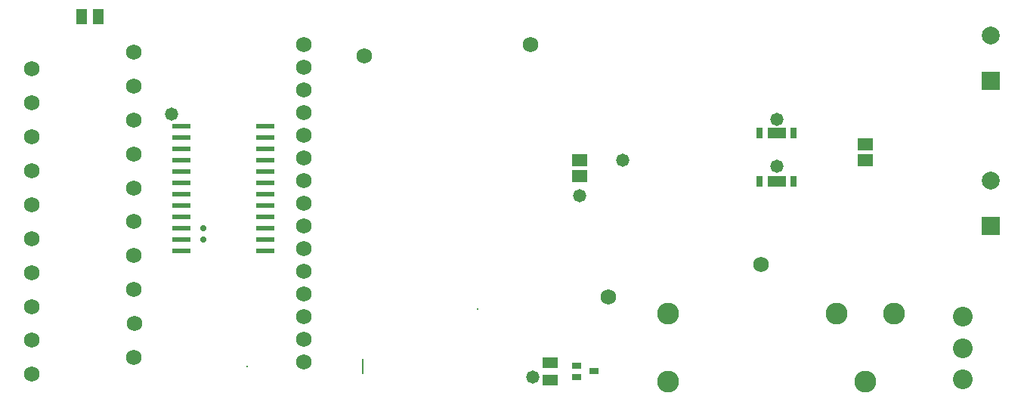
<source format=gts>
G04*
G04 #@! TF.GenerationSoftware,Altium Limited,Altium Designer,21.7.2 (23)*
G04*
G04 Layer_Color=8388736*
%FSLAX25Y25*%
%MOIN*%
G70*
G04*
G04 #@! TF.SameCoordinates,2DF3D4ED-E0DB-4B01-A8BF-79668011FF23*
G04*
G04*
G04 #@! TF.FilePolarity,Negative*
G04*
G01*
G75*
%ADD21R,0.03162X0.04934*%
%ADD22R,0.08162X0.04934*%
%ADD23R,0.06509X0.05328*%
%ADD24R,0.07874X0.02362*%
%ADD25R,0.04737X0.06509*%
%ADD26R,0.04147X0.02769*%
%ADD27R,0.06509X0.04737*%
%ADD28C,0.06800*%
%ADD29R,0.07887X0.07887*%
%ADD30C,0.07887*%
%ADD31C,0.08674*%
%ADD32C,0.00800*%
%ADD33O,0.00800X0.06800*%
%ADD34C,0.09658*%
%ADD35C,0.05800*%
%ADD36C,0.02800*%
D21*
X329500Y100937D02*
D03*
X344500D02*
D03*
X329500Y122000D02*
D03*
X344500D02*
D03*
D22*
X337000Y100937D02*
D03*
Y122000D02*
D03*
D23*
X376000Y117043D02*
D03*
Y109957D02*
D03*
X250000Y110043D02*
D03*
Y102957D02*
D03*
D24*
X111504Y125000D02*
D03*
Y120000D02*
D03*
Y115000D02*
D03*
Y110000D02*
D03*
Y105000D02*
D03*
Y100000D02*
D03*
Y95000D02*
D03*
Y90000D02*
D03*
Y85000D02*
D03*
Y80000D02*
D03*
Y75000D02*
D03*
Y70000D02*
D03*
X74496D02*
D03*
Y75000D02*
D03*
Y80000D02*
D03*
Y85000D02*
D03*
Y90000D02*
D03*
Y95000D02*
D03*
Y100000D02*
D03*
Y105000D02*
D03*
Y110000D02*
D03*
Y115000D02*
D03*
Y120000D02*
D03*
Y125000D02*
D03*
D25*
X30260Y173500D02*
D03*
X37740D02*
D03*
D26*
X256339Y17000D02*
D03*
X248661Y14441D02*
D03*
Y19559D02*
D03*
D27*
X237000Y20740D02*
D03*
Y13260D02*
D03*
D28*
X228500Y161000D02*
D03*
X155000Y156000D02*
D03*
X330000Y64000D02*
D03*
X128500Y161000D02*
D03*
Y151000D02*
D03*
Y141000D02*
D03*
Y21000D02*
D03*
Y31000D02*
D03*
Y41000D02*
D03*
Y51000D02*
D03*
Y61000D02*
D03*
Y71000D02*
D03*
Y81000D02*
D03*
Y91000D02*
D03*
Y101000D02*
D03*
Y111000D02*
D03*
Y121000D02*
D03*
Y131000D02*
D03*
X8500Y15657D02*
D03*
Y30618D02*
D03*
Y45579D02*
D03*
Y60539D02*
D03*
Y75500D02*
D03*
Y90461D02*
D03*
Y105421D02*
D03*
Y120382D02*
D03*
Y135343D02*
D03*
X53382Y23138D02*
D03*
X53594Y38098D02*
D03*
X53382Y53059D02*
D03*
Y68020D02*
D03*
Y82980D02*
D03*
Y97941D02*
D03*
Y112902D02*
D03*
Y127862D02*
D03*
X8500Y150303D02*
D03*
X53382Y142823D02*
D03*
Y157783D02*
D03*
X262588Y49637D02*
D03*
D29*
X431500Y145000D02*
D03*
Y81000D02*
D03*
D30*
Y165000D02*
D03*
Y101000D02*
D03*
D31*
X419000Y13441D02*
D03*
Y27220D02*
D03*
Y41000D02*
D03*
D32*
X103319Y19134D02*
D03*
X205025Y44408D02*
D03*
D33*
X154500Y19134D02*
D03*
D34*
X289090Y42500D02*
D03*
X363500D02*
D03*
X388697D02*
D03*
X376098Y12500D02*
D03*
X289090D02*
D03*
D35*
X269000Y110000D02*
D03*
X337000Y128000D02*
D03*
Y107500D02*
D03*
X250000Y94500D02*
D03*
X70000Y130500D02*
D03*
X229500Y14500D02*
D03*
D36*
X84000Y75000D02*
D03*
Y80000D02*
D03*
M02*

</source>
